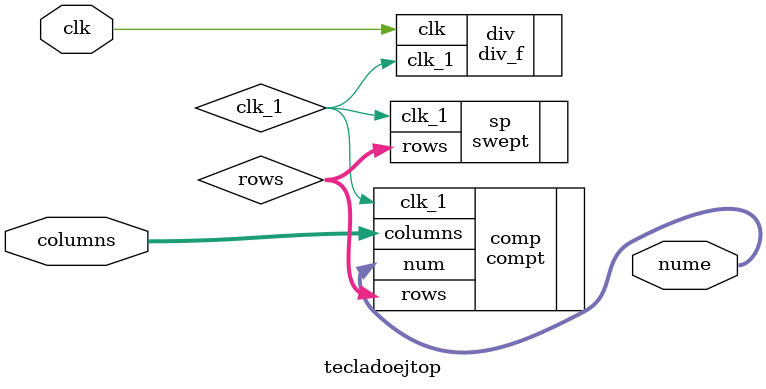
<source format=v>
module tecladoejtop(clk, columns, nume);
input clk;
input [3:0] columns;
output [3:0] nume;

wire clk_1;
wire [3:0] rows;


div_f div(.clk(clk), .clk_1(clk_1));
swept sp(.clk_1(clk_1), .rows(rows));
compt comp(.clk_1(clk_1), .columns(columns), .rows(rows), .num(nume));

endmodule
</source>
